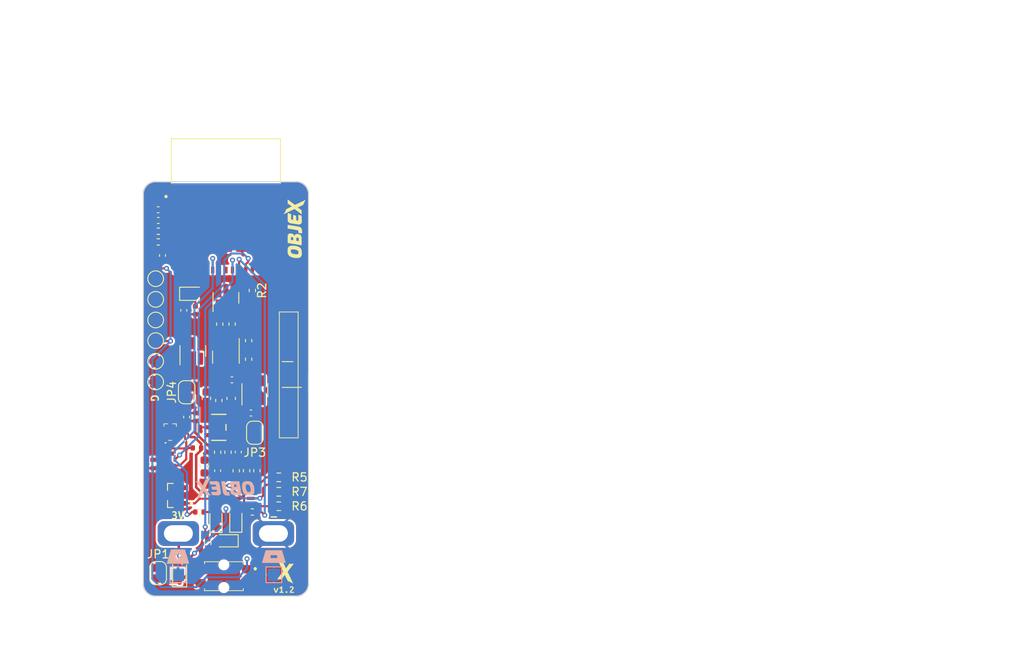
<source format=kicad_pcb>
(kicad_pcb (version 20221018) (generator pcbnew)
  (layers (0 "F.Cu" signal) (31 "B.Cu" signal) (34 "B.Paste" user) (35 "F.Paste" user) (36 "B.SilkS" user "B.Silkscreen") (37 "F.SilkS" user "F.Silkscreen") (38 "B.Mask" user) (39 "F.Mask" user) (44 "Edge.Cuts" user))
  (net 0 "")
  (net 1 "/Microcontroller + WiFi-BLE/EN")
  (net 2 "GND")
  (net 3 "/Microcontroller + WiFi-BLE/GPIO0")
  (net 4 "/Microcontroller + WiFi-BLE/GPIO1")
  (net 5 "+3V3")
  (net 6 "VCC")
  (net 7 "Net-(U5A-B)")
  (net 8 "Net-(JP3-A)")
  (net 9 "/Microcontroller + WiFi-BLE/BATT_LVL")
  (net 10 "+1V8")
  (net 11 "Net-(D1-A)")
  (net 12 "Net-(D2-A)")
  (net 13 "Net-(D3-A)")
  (net 14 "+BATT")
  (net 15 "Net-(D5-A)")
  (net 16 "Net-(U5A-Y)")
  (net 17 "/Power Latch - Rising & falling edge detector /Gate")
  (net 18 "/Microcontroller + WiFi-BLE/AUTO_TURN_OFF")
  (net 19 "Net-(Q3-Pad2)")
  (net 20 "Net-(Q4-S)")
  (net 21 "/Microcontroller + WiFi-BLE/GPIO8")
  (net 22 "Net-(Q5-S)")
  (net 23 "/Microcontroller + WiFi-BLE/GPIO2")
  (net 24 "/Microcontroller + WiFi-BLE/LED_RED")
  (net 25 "Net-(U2-EN)")
  (net 26 "Net-(U3-OUT)")
  (net 27 "Net-(R6-Pad2)")
  (net 28 "Net-(U4A-Y)")
  (net 29 "/Microcontroller + WiFi-BLE/IN_STATUS")
  (net 30 "Net-(U6-SDO)")
  (net 31 "Net-(U6-CSB)")
  (net 32 "/Microcontroller + WiFi-BLE/LED_GREEN")
  (net 33 "/Microcontroller + WiFi-BLE/LED_BLUE")
  (net 36 "/Microcontroller + WiFi-BLE/TX{slash}GPIO21")
  (net 37 "/Microcontroller + WiFi-BLE/RX{slash}GPIO20")
  (net 38 "/Microcontroller + WiFi-BLE/DTR{slash}GPIO9")
  (footprint "lib:DMG3415UFY47" (layer "F.Cu") (at 138.25 105.325)
    (fp_text reference "Q6" hide)
    (fp_text value "DMG3415UFY4Q-7" hide)
  )
  (footprint "Resistor_SMD:R_0603_1608Metric" (layer "F.Cu") (at 151.4 110.8)
    (fp_text reference "R5")
    (fp_text value "100M")
  )
  (footprint "Resistor_SMD:R_0402_1005Metric" (layer "F.Cu") (at 147.75 96.5 -90)
    (fp_text reference "R15" hide)
    (fp_text value "10K")
  )
  (footprint "Resistor_SMD:R_0402_1005Metric" (layer "F.Cu") (at 136.82 82.3)
    (fp_text reference "R1" hide)
    (fp_text value "10K")
  )
  (footprint "kibuzzard-64258E45" (layer "F.Cu") (at 152 124.4)
    (fp_text reference "kibuzzard-64258E45" hide)
    (fp_text value "G***" hide)
  )
  (footprint "lib:2N7002KQBZ" (layer "F.Cu") (at 138.5 109.17 180)
    (fp_text reference "Q3" hide)
    (fp_text value "2N7002KQBZ" hide)
  )
  (footprint "Diode_SMD:D_SOD-323" (layer "F.Cu") (at 139.4 122.45 90)
    (fp_text reference "D5" hide)
    (fp_text value "1N4148WS")
  )
  (footprint "Package_TO_SOT_SMD:SOT-23" (layer "F.Cu") (at 145 89.0625 90)
    (fp_text reference "Q4" hide)
    (fp_text value "BSS138")
  )
  (footprint "lib:SOT353" (layer "F.Cu") (at 147.2 112.7 180)
    (fp_text reference "U4" hide)
    (fp_text value "SN74LVC1G86DBVR")
  )
  (footprint "LED_SMD:LED_0603_1608Metric" (layer "F.Cu") (at 143.8 116 90)
    (fp_text reference "D2" hide)
    (fp_text value "GREEN")
  )
  (footprint "Resistor_SMD:R_0402_1005Metric" (layer "F.Cu") (at 144 107.76 -90)
    (fp_text reference "R13" hide)
    (fp_text value "100K")
  )
  (footprint "Capacitor_SMD:C_0402_1005Metric" (layer "F.Cu") (at 144 110 90)
    (fp_text reference "C12" hide)
    (fp_text value "10uF")
  )
  (footprint "TestPoint:TestPoint_Pad_D1.5mm" (layer "F.Cu") (at 136.5 91.75)
    (fp_text reference "TP5" hide)
    (fp_text value "RX")
  )
  (footprint "lib:TSOT-23" (layer "F.Cu") (at 144.143 104.75)
    (fp_text reference "U2" hide)
    (fp_text value "RT9080-33GJ5")
  )
  (footprint "Package_TO_SOT_SMD:SOT-23" (layer "F.Cu") (at 141 95.5 90)
    (fp_text reference "Q5" hide)
    (fp_text value "BSS138")
  )
  (footprint "Capacitor_SMD:C_0402_1005Metric" (layer "F.Cu") (at 148.031863 103.01141)
    (fp_text reference "C15" hide)
    (fp_text value "1uF")
  )
  (footprint "Jumper:SolderJumper-2_P1.3mm_Open_RoundedPad1.0x1.5mm" (layer "F.Cu") (at 140.25 100.5 90)
    (fp_text reference "JP4")
    (fp_text value "SolderJumper_2_Open")
  )
  (footprint "Capacitor_SMD:C_0402_1005Metric" (layer "F.Cu") (at 145.73 99 180)
    (fp_text reference "C14" hide)
    (fp_text value "1uF")
  )
  (footprint "Capacitor_SMD:C_0402_1005Metric" (layer "F.Cu") (at 141.3 90.575 -90)
    (fp_text reference "C3" hide)
    (fp_text value "12pF")
  )
  (footprint "Jumper:SolderJumper-2_P1.3mm_Bridged_RoundedPad1.0x1.5mm" (layer "F.Cu") (at 148.5 105.4 90)
    (fp_text reference "JP3")
    (fp_text value "SolderJumper_2_Bridged")
  )
  (footprint "Ablic:S'5701BC11B'L3T2U5" (layer "F.Cu") (at 146.8025 98.38 90)
    (fp_text reference "U3" hide)
    (fp_text value "S-5701BC11B-L3T2U5")
  )
  (footprint "Resistor_SMD:R_0402_1005Metric" (layer "F.Cu") (at 141.8 115 180)
    (fp_text reference "R20" hide)
    (fp_text value "1K")
  )
  (footprint "Resistor_SMD:R_0402_1005Metric" (layer "F.Cu") (at 144.143 101.5 90)
    (fp_text reference "R4" hide)
    (fp_text value "10K")
  )
  (footprint "libMaster:Xlogo" (layer "F.Cu") (at 152.2 122.2)
    (fp_text reference "G***" hide)
    (fp_text value "LOGO" hide)
  )
  (footprint "Package_TO_SOT_SMD:SOT-23-5" (layer "F.Cu") (at 148.5 100.25 90)
    (fp_text reference "U8" hide)
    (fp_text value "MCP1802T-1802I/OT")
  )
  (footprint "Crystal:Crystal_SMD_2012-2Pin_2.0x1.2mm" (layer "F.Cu") (at 140.6 88.575)
    (fp_text reference "Y1" hide)
    (fp_text value "Crystal")
  )
  (footprint "Capacitor_SMD:C_0603_1608Metric" (layer "F.Cu") (at 142.4 109.5 90)
    (fp_text reference "C8" hide)
    (fp_text value "10uF")
  )
  (footprint "kibuzzard-64258E65" (layer "F.Cu") (at 136.4 101.2 -90)
    (fp_text reference "kibuzzard-64258E65" hide)
    (fp_text value "G***" hide)
  )
  (footprint "Capacitor_SMD:C_0603_1608Metric" (layer "F.Cu") (at 142.643 101.25 90)
    (fp_text reference "C6" hide)
    (fp_text value "1uF")
  )
  (footprint "Resistor_SMD:R_0402_1005Metric" (layer "F.Cu") (at 146.25 110.01 90)
    (fp_text reference "R10" hide)
    (fp_text value "10K")
  )
  (footprint "BatteryTerminal:5204" (layer "F.Cu") (at 150.78 118.5)
    (fp_text reference "U1" hide)
    (fp_text value "5204")
  )
  (footprint "Package_LGA:Bosch_LGA-8_3x3mm_P0.8mm_ClockwisePinNumbering" (layer "F.Cu") (at 145 95.5)
    (fp_text reference "U6" hide)
    (fp_text value "BME680")
  )
  (footprint "LED_SMD:LED_0603_1608Metric" (layer "F.Cu") (at 145 118.4875 180)
    (fp_text reference "D3" hide)
    (fp_text value "BLUE")
  )
  (footprint "TestPoint:TestPoint_Pad_D1.5mm" (layer "F.Cu") (at 136.5 94.25)
    (fp_text reference "TP6" hide)
    (fp_text value "RTS")
  )
  (footprint "TestPoint:TestPoint_Pad_D1.5mm" (layer "F.Cu") (at 136.5 99.25)
    (fp_text reference "TP8" hide)
    (fp_text value "GND")
  )
  (footprint "lib:XCVR_ESP32-C3-MINI-1-N4" (layer "F.Cu") (at 145 78.1)
    (fp_text reference "U7" hide)
    (fp_text value "ESP32-C3-MINI-1-N4")
  )
  (footprint "TestPoint:TestPoint_Pad_D1.5mm" (layer "F.Cu") (at 136.5 96.75)
    (fp_text reference "TP7" hide)
    (fp_text value "DTR")
  )
  (footprint "Resistor_SMD:R_0402_1005Metric" (layer "F.Cu") (at 147.5 110 90)
    (fp_text reference "R8" hide)
    (fp_text value "10K")
  )
  (footprint "lib:ONSC-SOT-1123-3-524AA_V" (layer "F.Cu") (at 140.25 105.5 90)
    (fp_text reference "Q2" hide)
    (fp_text value "NTNUS3171PZT5G")
  )
  (footprint "Resistor_SMD:R_0402_1005Metric" (layer "F.Cu") (at 145.25 107.76 -90)
    (fp_text reference "R14" hide)
    (fp_text value "150K")
  )
  (footprint "Resistor_SMD:R_0402_1005Metric" (layer "F.Cu") (at 144.25 92.25 -90)
    (fp_text reference "R16" hide)
    (fp_text value "10K")
  )
  (footprint "Capacitor_SMD:C_0402_1005Metric" (layer "F.Cu") (at 136.82 79.7 180)
    (fp_text reference "C4" hide)
    (fp_text value "10uF")
  )
  (footprint "lib:436331045822" (layer "F.Cu") (at 144.75 122.775)
    (fp_text reference "S2" hide)
    (fp_text value "436331045822" hide)
  )
  (footprint "kibuzzard-64258E23" (layer "F.Cu") (at 139.2 115.4)
    (fp_text reference "kibuzzard-64258E23" hide)
    (fp_text value "G***" hide)
  )
  (footprint "Capacitor_SMD:C_0402_1005Metric" (layer "F.Cu") (at 140.25 103.5 90)
    (fp_text reference "C9" hide)
    (fp_text value "10uF")
  )
  (footprint "TestPoint:TestPoint_Pad_D1.5mm" (layer "F.Cu") (at 136.5 89.25)
    (fp_text reference "TP4" hide)
    (fp_text value "TX")
  )
  (footprint "Resistor_SMD:R_0402_1005Metric" (layer "F.Cu") (at 145.75 92.25 -90)
    (fp_text reference "R17" hide)
    (fp_text value "10K")
  )
  (footprint "BatteryTerminal:5226" (layer "F.Cu") (at 139.28 112)
    (fp_text reference "U10" hide)
    (fp_text value "5226")
  )
  (footprint "LED_SMD:LED_0603_1608Metric" (layer "F.Cu") (at 146.2 115.9625 90)
    (fp_text reference "D1" hide)
    (fp_text value "RED")
  )
  (footprint "lib:MDSM4R1218" (layer "F.Cu") (at 152.6 98.4 90)
    (fp_text reference "S1" hide)
    (fp_text value "MDSM-4R-12-18" hide)
  )
  (footprint "Resistor_SMD:R_0402_1005Metric" (layer "F.Cu") (at 148.2 88.175 -90)
    (fp_text reference "R2")
    (fp_text value "10K")
  )
  (footprint "Capacitor_SMD:C_0402_1005Metric" (layer "F.Cu") (at 141.3 103.5 90)
    (fp_text reference "C10" hide)
    (fp_text value "1uF")
  )
  (footprint "Resistor_SMD:R_0402_1005Metric" (layer "F.Cu") (at 136.158584 109.186839 -90)
    (fp_text reference "R12" hide)
    (fp_text value "1K")
  )
  (footprint "Resistor_SMD:R_0402_1005Metric" (layer "F.Cu") (at 142.8 118.8 90)
    (fp_text reference "R21" hide)
    (fp_text value "1K")
  )
  (footprint "Capacitor_SMD:C_0402_1005Metric" (layer "F.Cu") (at 136.8 78.4 180)
    (fp_text reference "C5" hide)
    (fp_text value "0.1uF")
  )
  (footprint "Resistor_SMD:R_0402_1005Metric" (layer "F.Cu") (at 148.2 115)
    (fp_text reference "R3" hide)
    (fp_text value "1K")
  )
  (footprint "lib:SOT95P237X112-3N" (layer "F.Cu") (at 138.585 113 180)
    (fp_text reference "Q1" hide)
    (fp_text value "BC857B_RF")
  )
  (footprint "Resistor_SMD:R_0402_1005Metric" (layer "F.Cu") (at 148.75 110 -90)
    (fp_text reference "R9" hide)
    (fp_text value "10K")
  )
  (footprint "Jumper:SolderJumper-2_P1.3mm_Open_RoundedPad1.0x1.5mm" (layer "F.Cu") (at 136.8 122.4 -90)
    (fp_text reference "JP1")
    (fp_text value "SolderJumper_2_Open")
  )
  (footprint "Capacitor_SMD:C_0402_1005Metric" (layer "F.Cu") (at 137.331838 83.939373 -90)
    (fp_text reference "C1" hide)
    (fp_text value "10uF")
  )
  (footprint "kibuzzard-64258E17" (layer "F.Cu") (at 150.8 115.6)
    (fp_text reference "kibuzzard-64258E17" hide)
    (fp_text value "G***" hide)
  )
  (footprint "Resistor_SMD:R_0603_1608Metric" (layer "F.Cu") (at 151.4 114.3)
    (fp_text reference "R6")
    (fp_text value "R")
  )
  (footprint "Resistor_SMD:R_0402_1005Metric" (layer "F.Cu") (at 141.5 107.24 180)
    (fp_text reference "R11" hide)
    (fp_text value "1M")
  )
  (footprint "lib:SOT353" (layer "F.Cu") (at 144 112.59 -90)
    (fp_text reference "U5" hide)
    (fp_text value "SN74LVC1G86DBVR")
  )
  (footprint "TestPoint:TestPoint_Pad_D1.5mm" (layer "F.Cu") (at 136.5 86.75)
    (fp_text reference "TP3" hide)
    (fp_text value "VBUS")
  )
  (footprint "Resistor_SMD:R_0402_1005Metric" (layer "F.Cu") (at 147.75 94.25 90)
    (fp_text reference "R18" hide)
    (fp_text value "10K")
  )
  (footprint "Capacitor_SMD:C_0402_1005Metric" (layer "F.Cu") (at 146.5 107.74 -90)
    (fp_text reference "C11" hide)
    (fp_text value "10nF")
  )
  (footprint "Capacitor_SMD:C_0603_1608Metric" (layer "F.Cu") (at 145.643 101.25 -90)
    (fp_text reference "C7" hide)
    (fp_text value "1uF/4.7uF")
  )
  (footprint "Resistor_SMD:R_0402_1005Metric" (layer "F.Cu") (at 136.82 81 180)
    (fp_text reference "R19" hide)
    (fp_text value "10K")
  )
  (footprint "Resistor_SMD:R_0603_1608Metric" (layer "F.Cu") (at 151.4 112.55)
    (fp_text reference "R7")
    (fp_text value "R")
  )
  (footprint "Capacitor_SMD:C_0402_1005Metric" (layer "F.Cu") (at 139.9 90.58 -90)
    (fp_text reference "C2" hide)
    (fp_text value "12pF")
  )
  (footprint "KicadLibrary:logov2-mini" (layer "F.Cu") (at 153.4 80.8 90)
    (fp_text reference "G***" hide)
    (fp_text value "LOGO" hide)
  )
  (footprint "kibuzzard-64258FE0" (layer "B.Cu") (at 150.8 120.4 180)
    (fp_text reference "kibuzzard-64258FE0" hide)
    (fp_text value "G***" hide)
  )
  (footprint "KicadLibrary:logov2-mini" (layer "B.Cu") (at 145 112.2 180)
    (fp_text reference "G***" hide)
    (fp_text value "LOGO" hide)
  )
  (footprint "TestPoint:TestPoint_Pad_1.5x1.5mm" (layer "B.Cu") (at 139.2 122.6 180)
    (fp_text reference "TP1" hide)
    (fp_text value "BATT")
  )
  (footprint "kibuzzard-63AF0800" (layer "B.Cu") (at 139.2 120.4 180)
    (fp_text reference "kibuzzard-63AF0800" hide)
    (fp_text value "G***" hide)
  )
  (footprint "TestPoint:TestPoint_Pad_1.5x1.5mm" (layer "B.Cu") (at 150.8 122.6 180)
    (fp_text reference "TP2" hide)
    (fp_text value "GND")
  )
  (gr_arc (start 136.5 125.18934) (mid 135.43934 124.75) (end 135 123.68934) (stroke (width 0.15)) (layer "Edge.Cuts"))
  (gr_line (start 153.5 125.18934) (end 136.5 125.18934) (stroke (width 0.1)) (layer "Edge.Cuts"))
  (gr_line (start 155 76.5) (end 155 123.68934) (stroke (width 0.1)) (layer "Edge.Cuts"))
  (gr_arc (start 153.5 75) (mid 154.56066 75.43934) (end 155 76.5) (stroke (width 0.15)) (layer "Edge.Cuts"))
  (gr_arc (start 155 123.68934) (mid 154.56066 124.75) (end 153.5 125.18934) (stroke (width 0.15)) (layer "Edge.Cuts"))
  (gr_line (start 135 123.68934) (end 135 76.5) (stroke (width 0.1)) (layer "Edge.Cuts"))
  (gr_line (start 136.5 75) (end 153.5 75) (stroke (width 0.1)) (layer "Edge.Cuts"))
  (gr_arc (start 135 76.5) (mid 135.43934 75.43934) (end 136.5 75) (stroke (width 0.15)) (layer "Edge.Cuts"))
  (segment (start 147.55 120.658968) (end 147.55 120.65) (width 0.25) (layer "F.Cu") (net 1))
  (segment (start 137.33 82.3) (end 137.33 83.457535) (width 0.25) (layer "F.Cu") (net 1))
  (segment (start 137.8 85.5) (end 137.2 85.5) (width 0.25) (layer "F.Cu") (net 1))
  (segment (start 136.940627 83.459373) (end 137.331838 83.459373) (width 0.25) (layer "F.Cu") (net 1))
  (segment (start 136.5 83.9) (end 136.940627 83.459373) (width 0.25) (layer "F.Cu") (net 1))
  (segment (start 147.55 120.663452) (end 147.552242 120.66121) (width 0.25) (layer "F.Cu") (net 1))
  (segment (start 138.1 82.3) (end 138.2 82.4) (width 0.25) (layer "F.Cu") (net 1))
  (segment (start 138.3 94.3) (end 136.55 94.3) (width 0.25) (layer "F.Cu") (net 1))
  (segment (start 138.2 82.4) (end 139.1 82.4) (width 0.25) (layer "F.Cu") (net 1))
  (segment (start 147.552242 120.66121) (end 147.55 120.658968) (width 0.25) (layer "F.Cu") (net 1))
  (segment (start 137.2 85.5) (end 136.5 84.8) (width 0.25) (layer "F.Cu") (net 1))
  (segment (start 137.33 82.3) (end 138.1 82.3) (width 0.25) (layer "F.Cu") (net 1))
  (segment (start 136.5 84.8) (end 136.5 83.9) (width 0.25) (layer "F.Cu") (net 1))
  (segment (start 147.55 121.925) (end 147.55 120.663452) (width 0.25) (layer "F.Cu") (net 1))
  (segment (start 137.33 83.457535) (end 137.331838 83.459373) (width 0.25) (layer "F.Cu") (net 1))
  (via (at 147.552242 120.66121) (size 0.6) (drill 0.3) (layers "F.Cu" "B.Cu") (net 1))
  (via (at 138.3 94.3) (size 0.6) (drill 0.3) (layers "F.Cu" "B.Cu") (net 1))
  (via (at 137.8 85.5) (size 0.6) (drill 0.3) (layers "F.Cu" "B.Cu") (net 1))
  (segment (start 147.552242 120.66121) (end 147.552242 121.847758) (width 0.25) (layer "B.Cu") (net 1))
  (segment (start 137.1 124.1) (end 136.1 123.1) (width 0.25) (layer "B.Cu") (net 1))
  (segment (start 136.1 123.1) (end 136.1 96.5) (width 0.25) (layer "B.Cu") (net 1))
  (segment (start 138.3 94.3) (end 138.3 86) (width 0.25) (layer "B.Cu") (net 1))
  (segment (start 141.4 124.1) (end 137.1 124.1) (width 0.25) (layer "B.Cu") (net 1))
  (segment (start 136.1 96.5) (end 138.3 94.3) (width 0.25) (layer "B.Cu") (net 1))
  (segment (start 142.6 122.9) (end 141.4 124.1) (width 0.25) (layer "B.Cu") (net 1))
  (segment (start 138.3 86) (end 137.8 85.5) (width 0.25) (layer "B.Cu") (net 1))
  (segment (start 146.5 122.9) (end 143.5 122.9) (width 0.25) (layer "B.Cu") (net 1))
  (segment (start 143.5 122.9) (end 142.6 122.9) (width 0.25) (layer "B.Cu") (net 1))
  (segment (start 147.552242 121.847758) (end 146.5 122.9) (width 0.25) (layer "B.Cu") (net 1))
  (segment (start 139.9 88.575) (end 139.9 87) (width 0.25) (layer "F.Cu") (net 3))
  (segment (start 140.2 86.7) (end 140.2 85.7) (width 0.25) (layer "F.Cu") (net 3))
  (segment (start 139.9 90.1) (end 139.9 88.575) (width 0.25) (layer "F.Cu") (net 3))
  (segment (start 139.9 87) (end 140.2 86.7) (width 0.25) (layer "F.Cu") (net 3))
  (segment (start 141 85.7) (end 141 86.7) (width 0.25) (layer "F.Cu") (net 4))
  (segment (start 141.3 90.095) (end 141.3 88.575) (width 0.25) (layer "F.Cu") (net 4))
  (segment (start 141.3 87) (end 141.3 88.575) (width 0.25) (layer "F.Cu") (net 4))
  (segment (start 141 86.7) (end 141.3 87) (width 0.25) (layer "F.Cu") (net 4))
  (segment (start 137.3 79.7) (end 137.3 80.01) (width 0.25) (layer "F.Cu") (net 5))
  (segment (start 147.55 100.65) (end 147.9 100.3) (width 0.3) (layer "F.Cu") (net 5))
  (segment (start 137.28 78.4) (end 137.28 79.68) (width 0.25) (layer "F.Cu") (net 5))
  (segment (start 147.9 100.3) (end 149.1 100.3) (width 0.3) (layer "F.Cu") (net 5))
  (segment (start 136.31 82.3) (end 136.31 83.09) (width 0.25) (layer "F.Cu") (net 5))
  (segment (start 147.55 101.3875) (end 147.55 100.65) (width 0.3) (layer "F.Cu") (net 5))
  (segment (start 148.5 104.6) (end 147.551863 103.651863) (width 0.3) (layer "F.Cu") (net 5))
  (segment (start 136 85.3) (end 136.4 85.7) (width 0.25) (layer "F.Cu") (net 5))
  (segment (start 139.1 78.4) (end 137.28 78.4) (width 0.25) (layer "F.Cu") (net 5))
  (segment (start 137.28 79.68) (end 137.3 79.7) (width 0.25) (layer "F.Cu") (net 5))
  (segment (start 136 83.4) (end 136 85.3) (width 0.25) (layer "F.Cu") (net 5))
  (segment (start 149.1 100.3) (end 149.45 100.65) (width 0.3) (layer "F.Cu") (net 5))
  (segment (start 137.3 80.01) (end 136.31 81) (width 0.25) (layer "F.Cu") (net 5))
  (segment (start 136.31 81) (end 136.31 82.3) (width 0.25) (layer "F.Cu") (net 5))
  (segment (start 147.551863 101.389363) (end 147.55 101.3875) (width 0.3) (layer "F.Cu") (net 5))
  (segment (start 136.31 83.09) (end 136 83.4) (width 0.25) (layer "F.Cu") (net 5))
  (segment (start 147.551863 103.01141) (end 147.551863 101.389363) (width 0.3) (layer "F.Cu") (net 5))
  (segment (start 148.5 104.75) (end 148.5 104.6) (width 0.3) (layer "F.Cu") (net 5))
  (segment (start 149.45 100.65) (end 149.45 101.3875) (width 0.3) (layer "F.Cu") (net 5))
  (segment (start 136.4 85.7) (end 136.4 86.65) (width 0.25) (layer "F.Cu") (net 5))
  (segment (start 147.551863 103.651863) (end 147.551863 103.01141) (width 0.3) (layer "F.Cu") (net 5))
  (segment (start 142.425 110.3) (end 142.4 110.275) (width 0.25) (layer "F.Cu") (net 7))
  (segment (start 144 110.48) (end 143.82 110.3) (width 0.25) (layer "F.Cu") (net 7))
  (segment (start 146.25 109.5) (end 146 109.5) (width 0.25) (layer "F.Cu") (net 7))
  (segment (start 143.82 110.3) (end 142.425 110.3) (width 0.25) (layer "F.Cu") (net 7))
  (segment (start 144 110.48) (end 144 111.79) (width 0.25) (layer "F.Cu") (net 7))
  (segment (start 145 110.5) (end 144.02 110.5) (width 0.25) (layer "F.Cu") (net 7))
  (segment (start 146 109.5) (end 145 110.5) (width 0.25) (layer "F.Cu") (net 7))
  (segment (start 140.25 105.070001) (end 138.504999 105.070001) (width 0.3) (layer "F.Cu") (net 8))
  (segment (start 140.25 105.070001) (end 140.25 103.98) (width 0.3) (layer "F.Cu") (net 8))
  (segment (start 138.504999 105.070001) (end 138.25 105.325) (width 0.3) (layer "F.Cu") (net 8))
  (segment (start 144.75 106.5) (end 148.05 106.5) (width 0.3) (layer "F.Cu") (net 8))
  (segment (start 140.25 103.98) (end 141.3 103.98) (width 0.3) (layer "F.Cu") (net 8))
  (segment (start 141.3 103.98) (end 141.3 105.4) (width 0.3) (layer "F.Cu") (net 8))
  (segment (start 141.3 105.4) (end 143.15 107.25) (width 0.3) (layer "F.Cu") (net 8))
  (segment (start 148.05 106.5) (end 148.5 106.05) (width 0.3) (layer "F.Cu") (net 8))
  (segment (start 143.15 107.25) (end 144 107.25) (width 0.3) (layer "F.Cu") (net 8))
  (segment (start 144 107.25) (end 144.75 106.5) (width 0.3) (layer "F.Cu") (net 8))
  (segment (start 144.23 108.27) (end 145.25 107.25) (width 0.25) (layer "F.Cu") (net 9))
  (segment (start 144 108.27) (end 144.23 108.27) (width 0.25) (layer "F.Cu") (net 9))
  (segment (start 146.49 107.25) (end 146.5 107.26) (width 0.25) (layer "F.Cu") (net 9))
  (segment (start 145.25 107.25) (end 146.49 107.25) (width 0.25) (layer "F.Cu") (net 9))
  (segment (start 146.2 115.175) (end 146.825 115.175) (width 0.25) (layer "F.Cu") (net 11))
  (segment (start 146.825 115.175) (end 147 115) (width 0.25) (layer "F.Cu") (net 11))
  (segment (start 147 115) (end 147.69 115) (width 0.25) (layer "F.Cu") (net 11))
  (segment (start 143.2125 115.2125) (end 143 115) (width 0.25) (layer "F.Cu") (net 12))
  (segment (start 143 115) (end 142.31 115) (width 0.25) (layer "F.Cu") (net 12))
  (segment (start 143.8 115.2125) (end 143.2125 115.2125) (width 0.25) (layer "F.Cu") (net 12))
  (segment (start 143.39 119.31) (end 144.2125 118.4875) (width 0.25) (layer "F.Cu") (net 13))
  (segment (start 142.8 119.31) (end 143.39 119.31) (width 0.25) (layer "F.Cu") (net 13))
  (segment (start 147.4 112.7) (end 148 112.7) (width 0.25) (layer "F.Cu") (net 14))
  (segment (start 141.194309 105.929999) (end 140.773565 105.929999) (width 0.3) (layer "F.Cu") (net 14))
  (segment (start 153.4 99.3) (end 153.4 100.6) (width 0.25) (layer "F.Cu") (net 14))
  (segment (start 136.8 123.05) (end 137.95 123.05) (width 0.3) (layer "F.Cu") (net 14))
  (segment (start 149.9 110.8) (end 150.575 110.8) (width 0.25) (layer "F.Cu") (net 14))
  (segment (start 141.4 108.1) (end 141.4 112) (width 0.3) (layer "F.Cu") (net 14))
  (segment (start 146.4 113.35) (end 144.69 113.35) (width 0.25) (layer "F.Cu") (net 14))
  (segment (start 141.4 112) (end 142 112.6) (width 0.3) (layer "F.Cu") (net 14))
  (segment (start 140.44 105.929999) (end 140.773565 105.929999) (width 0.2) (layer "F.Cu") (net 14))
  (segment (start 139.075 106.225) (end 138.75 106.225) (width 0.2) (layer "F.Cu") (net 14))
  (segment (start 139.4 123.5) (end 140.5 122.4) (width 0.3) (layer "F.Cu") (net 14))
  (segment (start 140.41 105.51) (end 139.79 105.51) (width 0.2) (layer "F.Cu") (net 14))
  (segment (start 140.5 121.6) (end 140.5 120.7) (width 0.3) (layer "F.Cu") (net 14))
  (segment (start 146.4 113.35) (end 146.75 113.35) (width 0.25) (layer "F.Cu") (net 14))
  (segment (start 144.69 113.35) (end 144.65 113.39) (width 0.25) (layer "F.Cu") (net 14))
  (segment (start 148 112.7) (end 148.8 112.7) (width 0.25) (layer "F.Cu") (net 14))
  (segment (start 150.575 114.3) (end 147.7 114.3) (width 0.25) (layer "F.Cu") (net 14))
  (segment (start 139.075 106.225) (end 139.7 105.6) (width 0.3) (layer "F.Cu") (net 14))
  (segment (start 146.75 113.35) (end 147.2 112.9) (width 0.25) (layer "F.Cu") (net 14))
  (segment (start 150.575 103.425) (end 150.575 110.8) (width 0.25) (layer "F.Cu") (net 14))
  (segment (start 147.2 113.8) (end 147.2 112.9) (width 0.25) (layer "F.Cu") (net 14))
  (segment (start 138.4 123.5) (end 139.4 123.5) (width 0.3) (layer "F.Cu") (net 14))
  (segment (start 142.01 107.24) (end 142.01 106.74569) (width 0.3) (layer "F.Cu") (net 14))
  (segment (start 142.01 106.74569) (end 141.194309 105.929999) (width 0.3) (layer "F.Cu") (net 14))
  (segment (start 153.4 100.6) (end 150.575 103.425) (width 0.25) (layer "F.Cu") (net 14))
  (segment (start 142.01 107.49) (end 141.4 108.1) (width 0.3) (layer "F.Cu") (net 14))
  (segment (start 148.8 112.7) (end 148.9 112.6) (width 0.25) (layer "F.Cu") (net 14))
  (segment (start 140.44 105.54) (end 140.41 105.51) (width 0.2) (layer "F.Cu") (net 14))
  (segment (start 140.44 105.929999) (end 140.44 105.54) (width 0.2) (layer "F.Cu") (net 14))
  (segment (start 139.79 105.51) (end 139.7 105.6) (width 0.2) (layer "F.Cu") (net 14))
  (segment (start 148.9 112.6) (end 148.9 111.8) (width 0.25) (layer "F.Cu") (net 14))
  (segment (start 147.7 114.3) (end 147.2 113.8) (width 0.25) (layer "F.Cu") (net 14))
  (segment (start 147.2 112.9) (end 147.4 112.7) (width 0.25) (layer "F.Cu") (net 14))
  (segment (start 143.86 112.6) (end 144.65 113.39) (width 0.3) (layer "F.Cu") (net 14))
  (segment (start 148.9 111.8) (end 149.9 110.8) (width 0.25) (layer "F.Cu") (net 14))
  (segment (start 142.01 107.24) (end 142.01 107.49) (width 0.3) (layer "F.Cu") (net 14))
  (segment (start 142 112.6) (end 143.86 112.6) (width 0.3) (layer "F.Cu") (net 14))
  (segment (start 140.5 122.4) (end 140.5 121.6) (width 0.3) (layer "F.Cu") (net 14))
  (segment (start 137.95 123.05) (end 138.4 123.5) (width 0.3) (layer "F.Cu") (net 14))
  (segment (start 140.5 120.7) (end 141.2 120) (width 0.3) (layer "F.Cu") (net 14))
  (via (at 141.2 120) (size 0.6) (drill 0.3) (layers "F.Cu" "B.Cu") (net 14))
  (via (at 145 114.6) (size 0.6) (drill 0.3) (layers "F.Cu" "B.Cu") (net 14))
  (segment (start 141.2 120) (end 145 116.2) (width 0.3) (layer "B.Cu") (net 14))
  (segment (start 145 116.2) (end 145 114.6) (width 0.3) (layer "B.Cu") (net 14))
  (segment (start 136.8 121.75) (end 138.05 121.75) (width 0.3) (layer "F.Cu") (net 15))
  (segment (start 139.3 119.6) (end 139.3 117.65) (width 0.3) (layer "F.Cu") (net 15))
  (segment (start 139.4 119.7) (end 139.3 119.6) (width 0.3) (layer "F.Cu") (net 15))
  (segment (start 138.4 121.4) (end 139.4 121.4) (width 0.3) (layer "F.Cu") (net 15))
  (segment (start 139.4 120.3) (end 139.4 119.7) (width 0.3) (layer "F.Cu") (net 15))
  (segment (start 138.05 121.75) (end 138.4 121.4) (width 0.3) (layer "F.Cu") (net 15))
  (segment (start 139.4 121.4) (end 139.4 120.3) (width 0.3) (layer "F.Cu") (net 15))
  (via (at 139.4 120.3) (size 0.6) (drill 0.3) (layers "F.Cu" "B.Cu") (net 15))
  (segment (start 139.2 122.6) (end 139.2 121.3) (width 0.3) (layer "B.Cu") (net 15))
  (segment (start 139.4 121.1) (end 139.4 120.3) (width 0.3) (layer "B.Cu") (net 15))
  (segment (start 139.2 121.3) (end 139.4 121.1) (width 0.3) (layer "B.Cu") (net 15))
  (segment (start 141.81 113.39) (end 143.35 113.39) (width 0.25) (layer "F.Cu") (net 16))
  (segment (start 139.6 113.95) (end 141.25 113.95) (width 0.25) (layer "F.Cu") (net 16))
  (segment (start 141.25 113.95) (end 141.81 113.39) (width 0.25) (layer "F.Cu") (net 16))
  (segment (start 140.06 106.344484) (end 140.059671 106.344813) (width 0.2) (layer "F.Cu") (net 17))
  (segment (start 140.2 106.7) (end 140.2 106.485142) (width 0.25) (layer "F.Cu") (net 17))
  (segment (start 137.75 106.85) (end 137.75 106.225) (width 0.25) (layer "F.Cu") (net 17))
  (segment (start 139.6 111.4) (end 138.5 110.3) (width 0.25) (layer "F.Cu") (net 17))
  (segment (start 140.46 107.24) (end 140.99 107.24) (width 0.25) (layer "F.Cu") (net 17))
  (segment (start 138.5 109.36) (end 139.44 109.36) (width 0.25) (layer "F.Cu") (net 17))
  (segment (start 140.2 106.485142) (end 140.059671 106.344813) (width 0.25) (layer "F.Cu") (net 17))
  (segment (start 138.5 110.3) (end 138.5 109.36) (width 0.25) (layer "F.Cu") (net 17))
  (segment (start 140.2 107.5) (end 140.46 107.24) (width 0.25) (layer "F.Cu") (net 17))
  (segment (start 138.2 107.3) (end 137.75 106.85) (width 0.25) (layer "F.Cu") (net 17))
  (segment (start 139.44 109.36) (end 140.2 108.6) (width 0.25) (layer "F.Cu") (net 17))
  (segment (start 139.6 112.05) (end 139.6 111.4) (width 0.25) (layer "F.Cu") (net 17))
  (segment (start 140.06 105.929999) (end 140.06 106.344484) (width 0.2) (layer "F.Cu") (net 17))
  (segment (start 140.2 107.5) (end 140.2 106.7) (width 0.25) (layer "F.Cu") (net 17))
  (segment (start 140.2 108.6) (end 140.2 107.7) (width 0.25) (layer "F.Cu") (net 17))
  (segment (start 140 107.3) (end 138.2 107.3) (width 0.25) (layer "F.Cu") (net 17))
  (segment (start 140.2 107.7) (end 140.2 107.5) (width 0.25) (layer "F.Cu") (net 17))
  (segment (start 140.2 107.5) (end 140 107.3) (width 0.25) (layer "F.Cu") (net 17))
  (segment (start 147.7 84.7) (end 147.7 84.3) (width 0.25) (layer "F.Cu") (net 18))
  (segment (start 147.4 85) (end 147.7 84.7) (width 0.25) (layer "F.Cu") (net 18))
  (segment (start 138.825 108.67) (end 138.83 108.67) (width 0.25) (layer "F.Cu") (net 18))
  (segment (start 138.83 108.67) (end 139.3 108.2) (width 0.25) (layer "F.Cu") (net 18))
  (segment (start 139.3 108.2) (end 139.4 108.1) (width 0.25) (layer "F.Cu") (net 18))
  (segment (start 147.4 85.7) (end 147.4 85) (width 0.25) (layer "F.Cu") (net 18))
  (via (at 147.7 84.3) (size 0.6) (drill 0.3) (layers "F.Cu" "B.Cu") (net 18))
  (via (at 139.4 108.1) (size 0.6) (drill 0.3) (layers "F.Cu" "B.Cu") (net 18))
  (segment (start 141.7 105.8) (end 141.7 98.4) (width 0.25) (layer "B.Cu") (net 18))
  (segment (start 145 84.3) (end 145.6 83.7) (width 0.25) (layer "B.Cu") (net 18))
  (segment (start 141.7 98.4) (end 141.7 90.5) (width 0.25) (layer "B.Cu") (net 18))
  (segment (start 141.7 90.5) (end 144.8 87.4) (width 0.25) (layer "B.Cu") (net 18))
  (segment (start 144.8 84.5) (end 145 84.3) (width 0.25) (layer "B.Cu") (net 18))
  (segment (start 145.6 83.7) (end 146.9 83.7) (width 0.25) (layer "B.Cu") (net 18))
  (segment (start 146.9 83.7) (end 147.1 83.7) (width 0.25) (layer "B.Cu") (net 18))
  (segment (start 144.8 87.4) (end 144.8 84.5) (width 0.25) (layer "B.Cu") (net 18))
  (segment (start 147.1 83.7) (end 147.7 84.3) (width 0.25) (layer "B.Cu") (net 18))
  (segment (start 139.4 108.1) (end 141.7 105.8) (width 0.25) (layer "B.Cu") (net 18))
  (segment (start 138.175 108.67) (end 136.165423 108.67) (width 0.25) (layer "F.Cu") (net 19))
  (segment (start 136.165423 108.67) (end 136.158584 108.676839) (width 0.25) (layer "F.Cu") (net 19))
  (segment (start 137.9 81) (end 138 80.9) (width 0.25) (layer "F.Cu") (net 23))
  (segment (start 138 80.9) (end 138 80.3) (width 0.25) (layer "F.Cu") (net 23))
  (segment (start 137.33 81) (end 137.9 81) (width 0.25) (layer "F.Cu") (net 23))
  (segment (start 138.3 80) (end 139.1 80) (width 0.25) (layer "F.Cu") (net 23))
  (segment (start 138 80.3) (end 138.3 80) (width 0.25) (layer "F.Cu") (net 23))
  (segment (start 149.5 115.2) (end 149.7 115.4) (width 0.25) (layer "F.Cu") (net 24))
  (segment (start 146.6 84.4) (end 146.6 85.7) (width 0.25) (layer "F.Cu") (net 24))
  (segment (start 148.71 115) (end 149.3 115) (width 0.25) (layer "F.Cu") (net 24))
  (segment (start 149.3 115) (end 149.5 115.2) (width 0.25) (layer "F.Cu") (net 24))
  (via (at 149.7 115.4) (size 0.6) (drill 0.3) (layers "F.Cu" "B.Cu") (net 24))
  (via (at 146.6 84.4) (size 0.6) (drill 0.3) (layers "F.Cu" "B.Cu") (net 24))
  (segment (start 149.7 115.4) (end 149.7 87.5) (width 0.25) (layer "B.Cu") (net 24))
  (segment (start 149.7 87.5) (end 146.6 84.4) (width 0.25) (layer "B.Cu") (net 24))
  (segment (start 143 105.7) (end 143.7 105.7) (width 0.25) (layer "F.Cu") (net 25))
  (segment (start 144.1 105.3) (end 144.1 102.053) (width 0.25) (layer "F.Cu") (net 25))
  (segment (start 143.7 105.7) (end 144.1 105.3) (width 0.25) (layer "F.Cu") (net 25))
  (segment (start 144.1 102.053) (end 144.143 102.01) (width 0.25) (layer "F.Cu") (net 25))
  (segment (start 154.5 100.3) (end 154.5 98.5) (width 0.25) (layer "F.Cu") (net 26))
  (segment (start 149.9 111.7) (end 149.5 112.1) (width 0.25) (layer "F.Cu") (net 26))
  (segment (start 145.413902 111.801883) (end 145.401883 111.79) (width 0.25) (layer "F.Cu") (net 26))
  (segment (start 152.6 109.2) (end 152.6 107.57) (width 0.25) (layer "F.Cu") (net 26))
  (segment (start 149.104283 113.35) (end 148 113.35) (width 0.25) (layer "F.Cu") (net 26))
  (segment (start 149.111885 113.342398) (end 149.104283 113.35) (width 0.25) (layer "F.Cu") (net 26))
  (segment (start 152.225 110.8) (end 152.225 112.55) (width 0.25) (layer "F.Cu") (net 26))
  (segment (start 149.5 113) (end 149.15 113.35) (width 0.25) (layer "F.Cu") (net 26))
  (segment (start 152.6 102.2) (end 154.5 100.3) (width 0.25) (layer "F.Cu") (net 26))
  (segment (start 151.2 111.7) (end 149.9 111.7) (width 0.25) (layer "F.Cu") (net 26))
  (segment (start 152.225 110.8) (end 152.225 109.575) (width 0.25) (layer "F.Cu") (net 26))
  (segment (start 145.401883 111.79) (end 145.39 111.79) (width 0.25) (layer "F.Cu") (net 26))
  (segment (start 145.378117 111.79) (end 145.413902 111.801883) (width 0.25) (layer "F.Cu") (net 26))
  (segment (start 149.5 112.1) (end 149.5 113) (width 0.25) (layer "F.Cu") (net 26))
  (segment (start 152.225 112.55) (end 152.05 112.55) (width 0.25) (layer "F.Cu") (net 26))
  (segment (start 152.225 109.575) (end 152.6 109.2) (width 0.25) (layer "F.Cu") (net 26))
  (segment (start 152.05 112.55) (end 151.2 111.7) (width 0.25) (layer "F.Cu") (net 26))
  (segment (start 154.5 98.5) (end 153.4 97.4) (width 0.25) (layer "F.Cu") (net 26))
  (segment (start 144.65 111.79) (end 145.378117 111.79) (width 0.25) (layer "F.Cu") (net 26))
  (segment (start 149.15 113.35) (end 149.119487 113.35) (width 0.25) (layer "F.Cu") (net 26))
  (segment (start 152.6 107.57) (end 152.6 102.2) (width 0.25) (layer "F.Cu") (net 26))
  (segment (start 149.119487 113.35) (end 149.111885 113.342398) (width 0.25) (layer "F.Cu") (net 26))
  (via (at 149.111885 113.342398) (size 0.6) (drill 0.3) (layers "F.Cu" "B.Cu") (net 26))
  (via (at 145.413902 111.801883) (size 0.6) (drill 0.3) (layers "F.Cu" "B.Cu") (net 26))
  (segment (start 146.954417 113.342398) (end 145.413902 111.801883) (width 0.25) (layer "B.Cu") (net 26))
  (segment (start 149.111885 113.342398) (end 146.954417 113.342398) (width 0.25) (layer "B.Cu") (net 26))
  (segment (start 150.575 112.65) (end 152.225 114.3) (width 0.25) (layer "F.Cu") (net 27))
  (segment (start 146.25 110.52) (end 147.49 110.52) (width 0.25) (layer "F.Cu") (net 28))
  (segment (start 146.25 111.05) (end 146.4 111.2) (width 0.25) (layer "F.Cu") (net 28))
  (segment (start 146.4 111.2) (end 146.4 112.05) (width 0.25) (layer "F.Cu") (net 28))
  (segment (start 146.25 110.52) (end 146.25 111.05) (width 0.25) (layer "F.Cu") (net 28))
  (segment (start 147.49 110.52) (end 147.5 110.51) (width 0.25) (layer "F.Cu") (net 28))
  (segment (start 148.75 109.49) (end 147.5 109.49) (width 0.25) (layer "F.Cu") (net 29))
  (segment (start 140.9 115) (end 140.6 115.3) (width 0.25) (layer "F.Cu") (net 32))
  (segment (start 140.6 115.3) (end 140.3 115.3) (width 0.25) (layer "F.Cu") (net 32))
  (segment (start 143.4 84.3) (end 143.4 85.7) (width 0.25) (layer "F.Cu") (net 32))
  (segment (start 141.29 115) (end 140.9 115) (width 0.25) (layer "F.Cu") (net 32))
  (via (at 143.4 84.3) (size 0.6) (drill 0.3) (layers "F.Cu" "B.Cu") (net 32))
  (via (at 140.3 115.3) (size 0.6) (drill 0.3) (layers "F.Cu" "B.Cu") (net 32))
  (segment (start 143.4 87.9) (end 141.2 90.1) (width 0.25) (layer "B.Cu") (net 32))
  (segment (start 138.8 108.7) (end 140.3 110.2) (width 0.25) (layer "B.Cu") (net 32))
  (segment (start 141.2 90.1) (end 141.2 105.2) (width 0.25) (layer "B.Cu") (net 32))
  (segment (start 138.8 107.6) (end 138.8 108.7) (width 0.25) (layer "B.Cu") (net 32))
  (segment (start 143.4 84.3) (end 143.4 87.9) (width 0.25) (layer "B.Cu") (net 32))
  (segment (start 140.3 110.2) (end 140.3 115.3) (width 0.25) (layer "B.Cu") (net 32))
  (segment (start 141.2 105.2) (end 138.8 107.6) (width 0.25) (layer "B.Cu") (net 32))
  (segment (start 145.8 84.5) (end 145.8 85.7) (width 0.25) (layer "F.Cu") (net 33))
  (segment (start 142.8 117.7) (end 142.5 117.4) (width 0.25) (layer "F.Cu") (net 33))
  (segment (start 142.5 117.4) (end 142.5 116.8) (width 0.25) (layer "F.Cu") (net 33))
  (segment (start 142.8 118.29) (end 142.8 117.7) (width 0.25) (layer "F.Cu") (net 33))
  (via (at 142.5 116.8) (size 0.6) (drill 0.3) (layers "F.Cu" "B.Cu") (net 33))
  (via (at 145.8 84.5) (size 0.6) (drill 0.3) (layers "F.Cu" "B.Cu") (net 33))
  (segment (start 142.5 116.8) (end 142.5 90.4) (width 0.25) (layer "B.Cu") (net 33))
  (segment (start 145.8 87.1) (end 145.8 84.5) (width 0.25) (layer "B.Cu") (net 33))
  (segment (start 142.5 90.4) (end 145.8 87.1) (width 0.25) (layer "B.Cu") (net 33))
  (zone (net 6) (net_name "VCC") (layer "F.Cu") (priority 2) (connect_pads yes (clearance 0.25)) (min_thickness 0.25) (fill yes (thermal_gap 0.5) (thermal_bridge_width 0.5))
    (polygon (pts (xy 143.8 104.2) (xy 143.8 102.8) (xy 143.5 102.4) (xy 143.5 101.4) (xy 144.7 101.4) (xy 144.7 100.5) (xy 143.5 100.5) (xy 143 101.1) (xy 142.1 101.1) (xy 141.6 100.6) (xy 141.6 99.2) (xy 139.3 99.2) (xy 139.3 100.5) (xy 141.1 100.5) (xy 141.4 100.8) (xy 141.4 101.9) (xy 141.9 102.3) (xy 141.9 104.2) (xy 141.9 104.2)))
  )
  (zone (net 2) (net_name "GND") (layers "F&B.Cu") (connect_pads (clearance 0.25)) (min_thickness 0.25) (fill yes (thermal_gap 0.25) (thermal_bridge_width 0.25))
    (polygon (pts (xy 135 75) (xy 155 75) (xy 155 125.2) (xy 135 125.2)))
  )
)
</source>
